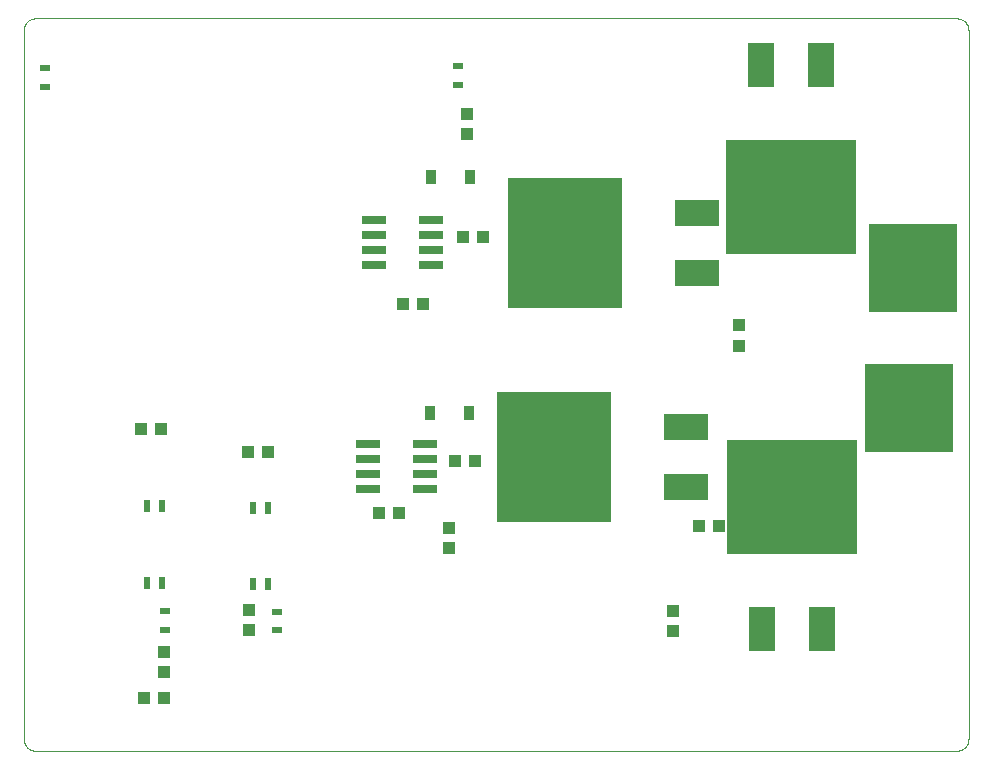
<source format=gtp>
G04 EAGLE Gerber RS-274X export*
G75*
%MOMM*%
%FSLAX34Y34*%
%LPD*%
%INSolder paste top*%
%IPPOS*%
%AMOC8*
5,1,8,0,0,1.08239X$1,22.5*%
G01*
%ADD10C,0.000000*%
%ADD11R,1.100000X1.000000*%
%ADD12R,0.911800X0.511800*%
%ADD13R,1.000000X1.100000*%
%ADD14R,2.000000X0.660000*%
%ADD15R,0.500000X1.000000*%
%ADD16R,0.910000X1.220000*%
%ADD17R,7.500000X7.500000*%
%ADD18R,3.810000X2.320000*%
%ADD19R,9.650000X11.000000*%
%ADD20R,2.320000X3.810000*%
%ADD21R,11.000000X9.650000*%


D10*
X10000Y0D02*
X790000Y0D01*
X790242Y3D01*
X790483Y12D01*
X790724Y26D01*
X790965Y47D01*
X791205Y73D01*
X791445Y105D01*
X791684Y143D01*
X791921Y186D01*
X792158Y236D01*
X792393Y291D01*
X792627Y351D01*
X792859Y418D01*
X793090Y489D01*
X793319Y567D01*
X793546Y650D01*
X793771Y738D01*
X793994Y832D01*
X794214Y931D01*
X794432Y1036D01*
X794647Y1145D01*
X794860Y1260D01*
X795070Y1380D01*
X795276Y1505D01*
X795480Y1635D01*
X795681Y1770D01*
X795878Y1910D01*
X796072Y2054D01*
X796262Y2203D01*
X796448Y2357D01*
X796631Y2515D01*
X796810Y2677D01*
X796985Y2844D01*
X797156Y3015D01*
X797323Y3190D01*
X797485Y3369D01*
X797643Y3552D01*
X797797Y3738D01*
X797946Y3928D01*
X798090Y4122D01*
X798230Y4319D01*
X798365Y4520D01*
X798495Y4724D01*
X798620Y4930D01*
X798740Y5140D01*
X798855Y5353D01*
X798964Y5568D01*
X799069Y5786D01*
X799168Y6006D01*
X799262Y6229D01*
X799350Y6454D01*
X799433Y6681D01*
X799511Y6910D01*
X799582Y7141D01*
X799649Y7373D01*
X799709Y7607D01*
X799764Y7842D01*
X799814Y8079D01*
X799857Y8316D01*
X799895Y8555D01*
X799927Y8795D01*
X799953Y9035D01*
X799974Y9276D01*
X799988Y9517D01*
X799997Y9758D01*
X800000Y10000D01*
X800000Y610000D01*
X799997Y610242D01*
X799988Y610483D01*
X799974Y610724D01*
X799953Y610965D01*
X799927Y611205D01*
X799895Y611445D01*
X799857Y611684D01*
X799814Y611921D01*
X799764Y612158D01*
X799709Y612393D01*
X799649Y612627D01*
X799582Y612859D01*
X799511Y613090D01*
X799433Y613319D01*
X799350Y613546D01*
X799262Y613771D01*
X799168Y613994D01*
X799069Y614214D01*
X798964Y614432D01*
X798855Y614647D01*
X798740Y614860D01*
X798620Y615070D01*
X798495Y615276D01*
X798365Y615480D01*
X798230Y615681D01*
X798090Y615878D01*
X797946Y616072D01*
X797797Y616262D01*
X797643Y616448D01*
X797485Y616631D01*
X797323Y616810D01*
X797156Y616985D01*
X796985Y617156D01*
X796810Y617323D01*
X796631Y617485D01*
X796448Y617643D01*
X796262Y617797D01*
X796072Y617946D01*
X795878Y618090D01*
X795681Y618230D01*
X795480Y618365D01*
X795276Y618495D01*
X795070Y618620D01*
X794860Y618740D01*
X794647Y618855D01*
X794432Y618964D01*
X794214Y619069D01*
X793994Y619168D01*
X793771Y619262D01*
X793546Y619350D01*
X793319Y619433D01*
X793090Y619511D01*
X792859Y619582D01*
X792627Y619649D01*
X792393Y619709D01*
X792158Y619764D01*
X791921Y619814D01*
X791684Y619857D01*
X791445Y619895D01*
X791205Y619927D01*
X790965Y619953D01*
X790724Y619974D01*
X790483Y619988D01*
X790242Y619997D01*
X790000Y620000D01*
X10000Y620000D01*
X9758Y619997D01*
X9517Y619988D01*
X9276Y619974D01*
X9035Y619953D01*
X8795Y619927D01*
X8555Y619895D01*
X8316Y619857D01*
X8079Y619814D01*
X7842Y619764D01*
X7607Y619709D01*
X7373Y619649D01*
X7141Y619582D01*
X6910Y619511D01*
X6681Y619433D01*
X6454Y619350D01*
X6229Y619262D01*
X6006Y619168D01*
X5786Y619069D01*
X5568Y618964D01*
X5353Y618855D01*
X5140Y618740D01*
X4930Y618620D01*
X4724Y618495D01*
X4520Y618365D01*
X4319Y618230D01*
X4122Y618090D01*
X3928Y617946D01*
X3738Y617797D01*
X3552Y617643D01*
X3369Y617485D01*
X3190Y617323D01*
X3015Y617156D01*
X2844Y616985D01*
X2677Y616810D01*
X2515Y616631D01*
X2357Y616448D01*
X2203Y616262D01*
X2054Y616072D01*
X1910Y615878D01*
X1770Y615681D01*
X1635Y615480D01*
X1505Y615276D01*
X1380Y615070D01*
X1260Y614860D01*
X1145Y614647D01*
X1036Y614432D01*
X931Y614214D01*
X832Y613994D01*
X738Y613771D01*
X650Y613546D01*
X567Y613319D01*
X489Y613090D01*
X418Y612859D01*
X351Y612627D01*
X291Y612393D01*
X236Y612158D01*
X186Y611921D01*
X143Y611684D01*
X105Y611445D01*
X73Y611205D01*
X47Y610965D01*
X26Y610724D01*
X12Y610483D01*
X3Y610242D01*
X0Y610000D01*
X0Y10000D01*
X3Y9758D01*
X12Y9517D01*
X26Y9276D01*
X47Y9035D01*
X73Y8795D01*
X105Y8555D01*
X143Y8316D01*
X186Y8079D01*
X236Y7842D01*
X291Y7607D01*
X351Y7373D01*
X418Y7141D01*
X489Y6910D01*
X567Y6681D01*
X650Y6454D01*
X738Y6229D01*
X832Y6006D01*
X931Y5786D01*
X1036Y5568D01*
X1145Y5353D01*
X1260Y5140D01*
X1380Y4930D01*
X1505Y4724D01*
X1635Y4520D01*
X1770Y4319D01*
X1910Y4122D01*
X2054Y3928D01*
X2203Y3738D01*
X2357Y3552D01*
X2515Y3369D01*
X2677Y3190D01*
X2844Y3015D01*
X3015Y2844D01*
X3190Y2677D01*
X3369Y2515D01*
X3552Y2357D01*
X3738Y2203D01*
X3928Y2054D01*
X4122Y1910D01*
X4319Y1770D01*
X4520Y1635D01*
X4724Y1505D01*
X4930Y1380D01*
X5140Y1260D01*
X5353Y1145D01*
X5568Y1036D01*
X5786Y931D01*
X6006Y832D01*
X6229Y738D01*
X6454Y650D01*
X6681Y567D01*
X6910Y489D01*
X7141Y418D01*
X7373Y351D01*
X7607Y291D01*
X7842Y236D01*
X8079Y186D01*
X8316Y143D01*
X8555Y105D01*
X8795Y73D01*
X9035Y47D01*
X9276Y26D01*
X9517Y12D01*
X9758Y3D01*
X10000Y0D01*
D11*
X338400Y378500D03*
X321400Y378500D03*
X300800Y201500D03*
X317800Y201500D03*
D12*
X368000Y579300D03*
X368000Y563300D03*
X18000Y577900D03*
X18000Y561900D03*
D13*
X118900Y45000D03*
X101900Y45000D03*
X371600Y435000D03*
X388600Y435000D03*
D11*
X605970Y360030D03*
X605970Y343030D03*
X190690Y102260D03*
X190690Y119260D03*
X375000Y539200D03*
X375000Y522200D03*
D13*
X116460Y272560D03*
X99460Y272560D03*
X206940Y252670D03*
X189940Y252670D03*
D14*
X291950Y259250D03*
X291950Y246550D03*
X291950Y233850D03*
X291950Y221150D03*
X340050Y221150D03*
X340050Y233850D03*
X340050Y246550D03*
X340050Y259250D03*
D15*
X194550Y140810D03*
X207250Y140810D03*
X207250Y205610D03*
X194550Y205610D03*
X104550Y142300D03*
X117250Y142300D03*
X117250Y207100D03*
X104550Y207100D03*
D16*
X377775Y485800D03*
X345025Y485800D03*
X376975Y285800D03*
X344225Y285800D03*
D14*
X296850Y449250D03*
X296850Y436550D03*
X296850Y423850D03*
X296850Y411150D03*
X344950Y411150D03*
X344950Y423850D03*
X344950Y436550D03*
X344950Y449250D03*
D17*
X752880Y408300D03*
D11*
X118930Y66930D03*
X118930Y83930D03*
D12*
X120000Y118000D03*
X120000Y102000D03*
X214640Y117840D03*
X214640Y101840D03*
D18*
X570450Y404600D03*
X570450Y455400D03*
D19*
X458750Y430000D03*
D20*
X675400Y580450D03*
X624600Y580450D03*
D21*
X650000Y468750D03*
D13*
X365020Y245140D03*
X382020Y245140D03*
X588500Y190000D03*
X571500Y190000D03*
D11*
X550000Y101500D03*
X550000Y118500D03*
X360000Y188500D03*
X360000Y171500D03*
D17*
X750000Y290000D03*
D18*
X561080Y223410D03*
X561080Y274210D03*
D19*
X449380Y248810D03*
D20*
X625370Y103400D03*
X676170Y103400D03*
D21*
X650770Y215100D03*
M02*

</source>
